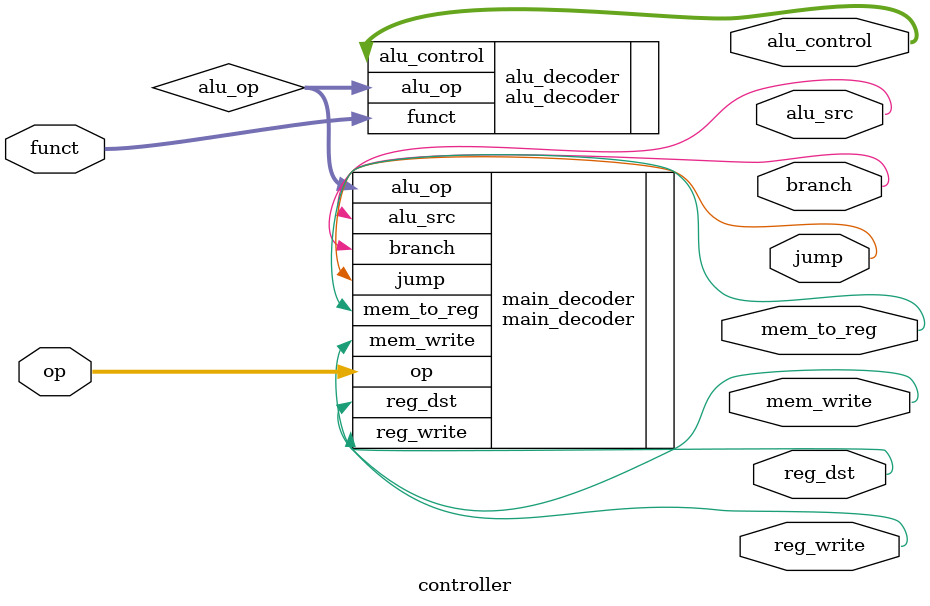
<source format=sv>
`timescale 1ns / 1ps
module controller(
	input logic [5:0]  op,
	input logic [5:0]  funct,
  output wire       mem_to_reg,
  output wire       mem_write,
  output wire       alu_src,
  output wire       reg_dst,
  output wire       reg_write,
  output wire       jump,
  output wire       branch,
  output wire [2:0] alu_control
);
	
	 wire [1:0] alu_op;
   
	main_decoder main_decoder(
		.op(op),
		.mem_to_reg(mem_to_reg),
    .mem_write(mem_write),
    .branch(branch),
    .alu_src(alu_src),
    .reg_dst(reg_dst),
    .reg_write(reg_write),
    .jump(jump),
		.alu_op(alu_op)
	);

	alu_decoder alu_decoder(
		.funct(funct),
		.alu_op(alu_op),
		.alu_control(alu_control)
	);
   
endmodule // controller


</source>
